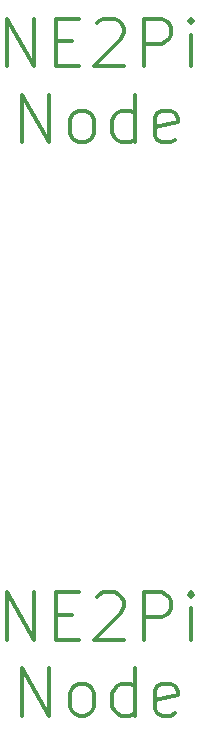
<source format=gbr>
%TF.GenerationSoftware,KiCad,Pcbnew,(6.0.4-0)*%
%TF.CreationDate,2022-10-28T00:48:46+02:00*%
%TF.ProjectId,NE2Pi-Frontpanel,4e453250-692d-4467-926f-6e7470616e65,rev?*%
%TF.SameCoordinates,Original*%
%TF.FileFunction,Legend,Top*%
%TF.FilePolarity,Positive*%
%FSLAX46Y46*%
G04 Gerber Fmt 4.6, Leading zero omitted, Abs format (unit mm)*
G04 Created by KiCad (PCBNEW (6.0.4-0)) date 2022-10-28 00:48:46*
%MOMM*%
%LPD*%
G01*
G04 APERTURE LIST*
%ADD10C,0.300000*%
G04 APERTURE END LIST*
D10*
X42490476Y-46489523D02*
X42490476Y-42489523D01*
X44776190Y-46489523D01*
X44776190Y-42489523D01*
X46680952Y-44394285D02*
X48014285Y-44394285D01*
X48585714Y-46489523D02*
X46680952Y-46489523D01*
X46680952Y-42489523D01*
X48585714Y-42489523D01*
X50109523Y-42870476D02*
X50300000Y-42680000D01*
X50680952Y-42489523D01*
X51633333Y-42489523D01*
X52014285Y-42680000D01*
X52204761Y-42870476D01*
X52395238Y-43251428D01*
X52395238Y-43632380D01*
X52204761Y-44203809D01*
X49919047Y-46489523D01*
X52395238Y-46489523D01*
X54109523Y-46489523D02*
X54109523Y-42489523D01*
X55633333Y-42489523D01*
X56014285Y-42680000D01*
X56204761Y-42870476D01*
X56395238Y-43251428D01*
X56395238Y-43822857D01*
X56204761Y-44203809D01*
X56014285Y-44394285D01*
X55633333Y-44584761D01*
X54109523Y-44584761D01*
X58109523Y-46489523D02*
X58109523Y-43822857D01*
X58109523Y-42489523D02*
X57919047Y-42680000D01*
X58109523Y-42870476D01*
X58300000Y-42680000D01*
X58109523Y-42489523D01*
X58109523Y-42870476D01*
X43823809Y-52929523D02*
X43823809Y-48929523D01*
X46109523Y-52929523D01*
X46109523Y-48929523D01*
X48585714Y-52929523D02*
X48204761Y-52739047D01*
X48014285Y-52548571D01*
X47823809Y-52167619D01*
X47823809Y-51024761D01*
X48014285Y-50643809D01*
X48204761Y-50453333D01*
X48585714Y-50262857D01*
X49157142Y-50262857D01*
X49538095Y-50453333D01*
X49728571Y-50643809D01*
X49919047Y-51024761D01*
X49919047Y-52167619D01*
X49728571Y-52548571D01*
X49538095Y-52739047D01*
X49157142Y-52929523D01*
X48585714Y-52929523D01*
X53347619Y-52929523D02*
X53347619Y-48929523D01*
X53347619Y-52739047D02*
X52966666Y-52929523D01*
X52204761Y-52929523D01*
X51823809Y-52739047D01*
X51633333Y-52548571D01*
X51442857Y-52167619D01*
X51442857Y-51024761D01*
X51633333Y-50643809D01*
X51823809Y-50453333D01*
X52204761Y-50262857D01*
X52966666Y-50262857D01*
X53347619Y-50453333D01*
X56776190Y-52739047D02*
X56395238Y-52929523D01*
X55633333Y-52929523D01*
X55252380Y-52739047D01*
X55061904Y-52358095D01*
X55061904Y-50834285D01*
X55252380Y-50453333D01*
X55633333Y-50262857D01*
X56395238Y-50262857D01*
X56776190Y-50453333D01*
X56966666Y-50834285D01*
X56966666Y-51215238D01*
X55061904Y-51596190D01*
X42490476Y-95039523D02*
X42490476Y-91039523D01*
X44776190Y-95039523D01*
X44776190Y-91039523D01*
X46680952Y-92944285D02*
X48014285Y-92944285D01*
X48585714Y-95039523D02*
X46680952Y-95039523D01*
X46680952Y-91039523D01*
X48585714Y-91039523D01*
X50109523Y-91420476D02*
X50300000Y-91230000D01*
X50680952Y-91039523D01*
X51633333Y-91039523D01*
X52014285Y-91230000D01*
X52204761Y-91420476D01*
X52395238Y-91801428D01*
X52395238Y-92182380D01*
X52204761Y-92753809D01*
X49919047Y-95039523D01*
X52395238Y-95039523D01*
X54109523Y-95039523D02*
X54109523Y-91039523D01*
X55633333Y-91039523D01*
X56014285Y-91230000D01*
X56204761Y-91420476D01*
X56395238Y-91801428D01*
X56395238Y-92372857D01*
X56204761Y-92753809D01*
X56014285Y-92944285D01*
X55633333Y-93134761D01*
X54109523Y-93134761D01*
X58109523Y-95039523D02*
X58109523Y-92372857D01*
X58109523Y-91039523D02*
X57919047Y-91230000D01*
X58109523Y-91420476D01*
X58300000Y-91230000D01*
X58109523Y-91039523D01*
X58109523Y-91420476D01*
X43823809Y-101479523D02*
X43823809Y-97479523D01*
X46109523Y-101479523D01*
X46109523Y-97479523D01*
X48585714Y-101479523D02*
X48204761Y-101289047D01*
X48014285Y-101098571D01*
X47823809Y-100717619D01*
X47823809Y-99574761D01*
X48014285Y-99193809D01*
X48204761Y-99003333D01*
X48585714Y-98812857D01*
X49157142Y-98812857D01*
X49538095Y-99003333D01*
X49728571Y-99193809D01*
X49919047Y-99574761D01*
X49919047Y-100717619D01*
X49728571Y-101098571D01*
X49538095Y-101289047D01*
X49157142Y-101479523D01*
X48585714Y-101479523D01*
X53347619Y-101479523D02*
X53347619Y-97479523D01*
X53347619Y-101289047D02*
X52966666Y-101479523D01*
X52204761Y-101479523D01*
X51823809Y-101289047D01*
X51633333Y-101098571D01*
X51442857Y-100717619D01*
X51442857Y-99574761D01*
X51633333Y-99193809D01*
X51823809Y-99003333D01*
X52204761Y-98812857D01*
X52966666Y-98812857D01*
X53347619Y-99003333D01*
X56776190Y-101289047D02*
X56395238Y-101479523D01*
X55633333Y-101479523D01*
X55252380Y-101289047D01*
X55061904Y-100908095D01*
X55061904Y-99384285D01*
X55252380Y-99003333D01*
X55633333Y-98812857D01*
X56395238Y-98812857D01*
X56776190Y-99003333D01*
X56966666Y-99384285D01*
X56966666Y-99765238D01*
X55061904Y-100146190D01*
M02*

</source>
